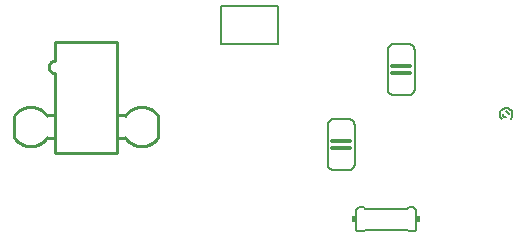
<source format=gto>
G75*
%MOIN*%
%OFA0B0*%
%FSLAX25Y25*%
%IPPOS*%
%LPD*%
%AMOC8*
5,1,8,0,0,1.08239X$1,22.5*
%
%ADD10C,0.00600*%
%ADD11C,0.01200*%
%ADD12R,0.01500X0.02000*%
%ADD13C,0.01000*%
%ADD14C,0.00500*%
D10*
X0131500Y0034500D02*
X0131500Y0047500D01*
X0131502Y0047587D01*
X0131508Y0047674D01*
X0131517Y0047761D01*
X0131530Y0047847D01*
X0131547Y0047933D01*
X0131568Y0048018D01*
X0131593Y0048101D01*
X0131621Y0048184D01*
X0131652Y0048265D01*
X0131687Y0048345D01*
X0131726Y0048423D01*
X0131768Y0048500D01*
X0131813Y0048575D01*
X0131862Y0048647D01*
X0131913Y0048718D01*
X0131968Y0048786D01*
X0132025Y0048851D01*
X0132086Y0048914D01*
X0132149Y0048975D01*
X0132214Y0049032D01*
X0132282Y0049087D01*
X0132353Y0049138D01*
X0132425Y0049187D01*
X0132500Y0049232D01*
X0132577Y0049274D01*
X0132655Y0049313D01*
X0132735Y0049348D01*
X0132816Y0049379D01*
X0132899Y0049407D01*
X0132982Y0049432D01*
X0133067Y0049453D01*
X0133153Y0049470D01*
X0133239Y0049483D01*
X0133326Y0049492D01*
X0133413Y0049498D01*
X0133500Y0049500D01*
X0138500Y0049500D01*
X0138587Y0049498D01*
X0138674Y0049492D01*
X0138761Y0049483D01*
X0138847Y0049470D01*
X0138933Y0049453D01*
X0139018Y0049432D01*
X0139101Y0049407D01*
X0139184Y0049379D01*
X0139265Y0049348D01*
X0139345Y0049313D01*
X0139423Y0049274D01*
X0139500Y0049232D01*
X0139575Y0049187D01*
X0139647Y0049138D01*
X0139718Y0049087D01*
X0139786Y0049032D01*
X0139851Y0048975D01*
X0139914Y0048914D01*
X0139975Y0048851D01*
X0140032Y0048786D01*
X0140087Y0048718D01*
X0140138Y0048647D01*
X0140187Y0048575D01*
X0140232Y0048500D01*
X0140274Y0048423D01*
X0140313Y0048345D01*
X0140348Y0048265D01*
X0140379Y0048184D01*
X0140407Y0048101D01*
X0140432Y0048018D01*
X0140453Y0047933D01*
X0140470Y0047847D01*
X0140483Y0047761D01*
X0140492Y0047674D01*
X0140498Y0047587D01*
X0140500Y0047500D01*
X0140500Y0034500D01*
X0140498Y0034413D01*
X0140492Y0034326D01*
X0140483Y0034239D01*
X0140470Y0034153D01*
X0140453Y0034067D01*
X0140432Y0033982D01*
X0140407Y0033899D01*
X0140379Y0033816D01*
X0140348Y0033735D01*
X0140313Y0033655D01*
X0140274Y0033577D01*
X0140232Y0033500D01*
X0140187Y0033425D01*
X0140138Y0033353D01*
X0140087Y0033282D01*
X0140032Y0033214D01*
X0139975Y0033149D01*
X0139914Y0033086D01*
X0139851Y0033025D01*
X0139786Y0032968D01*
X0139718Y0032913D01*
X0139647Y0032862D01*
X0139575Y0032813D01*
X0139500Y0032768D01*
X0139423Y0032726D01*
X0139345Y0032687D01*
X0139265Y0032652D01*
X0139184Y0032621D01*
X0139101Y0032593D01*
X0139018Y0032568D01*
X0138933Y0032547D01*
X0138847Y0032530D01*
X0138761Y0032517D01*
X0138674Y0032508D01*
X0138587Y0032502D01*
X0138500Y0032500D01*
X0133500Y0032500D01*
X0133413Y0032502D01*
X0133326Y0032508D01*
X0133239Y0032517D01*
X0133153Y0032530D01*
X0133067Y0032547D01*
X0132982Y0032568D01*
X0132899Y0032593D01*
X0132816Y0032621D01*
X0132735Y0032652D01*
X0132655Y0032687D01*
X0132577Y0032726D01*
X0132500Y0032768D01*
X0132425Y0032813D01*
X0132353Y0032862D01*
X0132282Y0032913D01*
X0132214Y0032968D01*
X0132149Y0033025D01*
X0132086Y0033086D01*
X0132025Y0033149D01*
X0131968Y0033214D01*
X0131913Y0033282D01*
X0131862Y0033353D01*
X0131813Y0033425D01*
X0131768Y0033500D01*
X0131726Y0033577D01*
X0131687Y0033655D01*
X0131652Y0033735D01*
X0131621Y0033816D01*
X0131593Y0033899D01*
X0131568Y0033982D01*
X0131547Y0034067D01*
X0131530Y0034153D01*
X0131517Y0034239D01*
X0131508Y0034326D01*
X0131502Y0034413D01*
X0131500Y0034500D01*
X0142000Y0020000D02*
X0143500Y0020000D01*
X0144000Y0019500D01*
X0158000Y0019500D01*
X0158500Y0020000D01*
X0160000Y0020000D01*
X0160060Y0019998D01*
X0160121Y0019993D01*
X0160180Y0019984D01*
X0160239Y0019971D01*
X0160298Y0019955D01*
X0160355Y0019935D01*
X0160410Y0019912D01*
X0160465Y0019885D01*
X0160517Y0019856D01*
X0160568Y0019823D01*
X0160617Y0019787D01*
X0160663Y0019749D01*
X0160707Y0019707D01*
X0160749Y0019663D01*
X0160787Y0019617D01*
X0160823Y0019568D01*
X0160856Y0019517D01*
X0160885Y0019465D01*
X0160912Y0019410D01*
X0160935Y0019355D01*
X0160955Y0019298D01*
X0160971Y0019239D01*
X0160984Y0019180D01*
X0160993Y0019121D01*
X0160998Y0019060D01*
X0161000Y0019000D01*
X0161000Y0013000D01*
X0160998Y0012940D01*
X0160993Y0012879D01*
X0160984Y0012820D01*
X0160971Y0012761D01*
X0160955Y0012702D01*
X0160935Y0012645D01*
X0160912Y0012590D01*
X0160885Y0012535D01*
X0160856Y0012483D01*
X0160823Y0012432D01*
X0160787Y0012383D01*
X0160749Y0012337D01*
X0160707Y0012293D01*
X0160663Y0012251D01*
X0160617Y0012213D01*
X0160568Y0012177D01*
X0160517Y0012144D01*
X0160465Y0012115D01*
X0160410Y0012088D01*
X0160355Y0012065D01*
X0160298Y0012045D01*
X0160239Y0012029D01*
X0160180Y0012016D01*
X0160121Y0012007D01*
X0160060Y0012002D01*
X0160000Y0012000D01*
X0158500Y0012000D01*
X0158000Y0012500D01*
X0144000Y0012500D01*
X0143500Y0012000D01*
X0142000Y0012000D01*
X0141940Y0012002D01*
X0141879Y0012007D01*
X0141820Y0012016D01*
X0141761Y0012029D01*
X0141702Y0012045D01*
X0141645Y0012065D01*
X0141590Y0012088D01*
X0141535Y0012115D01*
X0141483Y0012144D01*
X0141432Y0012177D01*
X0141383Y0012213D01*
X0141337Y0012251D01*
X0141293Y0012293D01*
X0141251Y0012337D01*
X0141213Y0012383D01*
X0141177Y0012432D01*
X0141144Y0012483D01*
X0141115Y0012535D01*
X0141088Y0012590D01*
X0141065Y0012645D01*
X0141045Y0012702D01*
X0141029Y0012761D01*
X0141016Y0012820D01*
X0141007Y0012879D01*
X0141002Y0012940D01*
X0141000Y0013000D01*
X0141000Y0019000D01*
X0141002Y0019060D01*
X0141007Y0019121D01*
X0141016Y0019180D01*
X0141029Y0019239D01*
X0141045Y0019298D01*
X0141065Y0019355D01*
X0141088Y0019410D01*
X0141115Y0019465D01*
X0141144Y0019517D01*
X0141177Y0019568D01*
X0141213Y0019617D01*
X0141251Y0019663D01*
X0141293Y0019707D01*
X0141337Y0019749D01*
X0141383Y0019787D01*
X0141432Y0019823D01*
X0141483Y0019856D01*
X0141535Y0019885D01*
X0141590Y0019912D01*
X0141645Y0019935D01*
X0141702Y0019955D01*
X0141761Y0019971D01*
X0141820Y0019984D01*
X0141879Y0019993D01*
X0141940Y0019998D01*
X0142000Y0020000D01*
X0189000Y0050000D02*
X0189500Y0049500D01*
X0189000Y0050000D02*
X0189000Y0052000D01*
X0189500Y0052500D01*
X0192500Y0052500D02*
X0193000Y0052000D01*
X0193000Y0050000D01*
X0192500Y0049500D01*
X0192500Y0052500D02*
X0192435Y0052562D01*
X0192367Y0052622D01*
X0192297Y0052678D01*
X0192225Y0052732D01*
X0192150Y0052782D01*
X0192073Y0052829D01*
X0191995Y0052873D01*
X0191914Y0052914D01*
X0191832Y0052951D01*
X0191749Y0052984D01*
X0191664Y0053014D01*
X0191578Y0053041D01*
X0191491Y0053063D01*
X0191403Y0053082D01*
X0191314Y0053098D01*
X0191225Y0053109D01*
X0191135Y0053117D01*
X0191045Y0053121D01*
X0190955Y0053121D01*
X0190865Y0053117D01*
X0190775Y0053109D01*
X0190686Y0053098D01*
X0190597Y0053082D01*
X0190509Y0053063D01*
X0190422Y0053041D01*
X0190336Y0053014D01*
X0190251Y0052984D01*
X0190168Y0052951D01*
X0190086Y0052914D01*
X0190005Y0052873D01*
X0189927Y0052829D01*
X0189850Y0052782D01*
X0189775Y0052732D01*
X0189703Y0052678D01*
X0189633Y0052622D01*
X0189565Y0052562D01*
X0189500Y0052500D01*
X0190000Y0051000D02*
X0190002Y0050940D01*
X0190007Y0050879D01*
X0190016Y0050820D01*
X0190029Y0050761D01*
X0190045Y0050702D01*
X0190065Y0050645D01*
X0190088Y0050590D01*
X0190115Y0050535D01*
X0190144Y0050483D01*
X0190177Y0050432D01*
X0190213Y0050383D01*
X0190251Y0050337D01*
X0190293Y0050293D01*
X0190337Y0050251D01*
X0190383Y0050213D01*
X0190432Y0050177D01*
X0190483Y0050144D01*
X0190535Y0050115D01*
X0190590Y0050088D01*
X0190645Y0050065D01*
X0190702Y0050045D01*
X0190761Y0050029D01*
X0190820Y0050016D01*
X0190879Y0050007D01*
X0190940Y0050002D01*
X0191000Y0050000D01*
X0192000Y0051000D02*
X0191998Y0051060D01*
X0191993Y0051121D01*
X0191984Y0051180D01*
X0191971Y0051239D01*
X0191955Y0051298D01*
X0191935Y0051355D01*
X0191912Y0051410D01*
X0191885Y0051465D01*
X0191856Y0051517D01*
X0191823Y0051568D01*
X0191787Y0051617D01*
X0191749Y0051663D01*
X0191707Y0051707D01*
X0191663Y0051749D01*
X0191617Y0051787D01*
X0191568Y0051823D01*
X0191517Y0051856D01*
X0191465Y0051885D01*
X0191410Y0051912D01*
X0191355Y0051935D01*
X0191298Y0051955D01*
X0191239Y0051971D01*
X0191180Y0051984D01*
X0191121Y0051993D01*
X0191060Y0051998D01*
X0191000Y0052000D01*
X0160500Y0059500D02*
X0160500Y0072500D01*
X0160498Y0072587D01*
X0160492Y0072674D01*
X0160483Y0072761D01*
X0160470Y0072847D01*
X0160453Y0072933D01*
X0160432Y0073018D01*
X0160407Y0073101D01*
X0160379Y0073184D01*
X0160348Y0073265D01*
X0160313Y0073345D01*
X0160274Y0073423D01*
X0160232Y0073500D01*
X0160187Y0073575D01*
X0160138Y0073647D01*
X0160087Y0073718D01*
X0160032Y0073786D01*
X0159975Y0073851D01*
X0159914Y0073914D01*
X0159851Y0073975D01*
X0159786Y0074032D01*
X0159718Y0074087D01*
X0159647Y0074138D01*
X0159575Y0074187D01*
X0159500Y0074232D01*
X0159423Y0074274D01*
X0159345Y0074313D01*
X0159265Y0074348D01*
X0159184Y0074379D01*
X0159101Y0074407D01*
X0159018Y0074432D01*
X0158933Y0074453D01*
X0158847Y0074470D01*
X0158761Y0074483D01*
X0158674Y0074492D01*
X0158587Y0074498D01*
X0158500Y0074500D01*
X0153500Y0074500D01*
X0153413Y0074498D01*
X0153326Y0074492D01*
X0153239Y0074483D01*
X0153153Y0074470D01*
X0153067Y0074453D01*
X0152982Y0074432D01*
X0152899Y0074407D01*
X0152816Y0074379D01*
X0152735Y0074348D01*
X0152655Y0074313D01*
X0152577Y0074274D01*
X0152500Y0074232D01*
X0152425Y0074187D01*
X0152353Y0074138D01*
X0152282Y0074087D01*
X0152214Y0074032D01*
X0152149Y0073975D01*
X0152086Y0073914D01*
X0152025Y0073851D01*
X0151968Y0073786D01*
X0151913Y0073718D01*
X0151862Y0073647D01*
X0151813Y0073575D01*
X0151768Y0073500D01*
X0151726Y0073423D01*
X0151687Y0073345D01*
X0151652Y0073265D01*
X0151621Y0073184D01*
X0151593Y0073101D01*
X0151568Y0073018D01*
X0151547Y0072933D01*
X0151530Y0072847D01*
X0151517Y0072761D01*
X0151508Y0072674D01*
X0151502Y0072587D01*
X0151500Y0072500D01*
X0151500Y0059500D01*
X0151502Y0059413D01*
X0151508Y0059326D01*
X0151517Y0059239D01*
X0151530Y0059153D01*
X0151547Y0059067D01*
X0151568Y0058982D01*
X0151593Y0058899D01*
X0151621Y0058816D01*
X0151652Y0058735D01*
X0151687Y0058655D01*
X0151726Y0058577D01*
X0151768Y0058500D01*
X0151813Y0058425D01*
X0151862Y0058353D01*
X0151913Y0058282D01*
X0151968Y0058214D01*
X0152025Y0058149D01*
X0152086Y0058086D01*
X0152149Y0058025D01*
X0152214Y0057968D01*
X0152282Y0057913D01*
X0152353Y0057862D01*
X0152425Y0057813D01*
X0152500Y0057768D01*
X0152577Y0057726D01*
X0152655Y0057687D01*
X0152735Y0057652D01*
X0152816Y0057621D01*
X0152899Y0057593D01*
X0152982Y0057568D01*
X0153067Y0057547D01*
X0153153Y0057530D01*
X0153239Y0057517D01*
X0153326Y0057508D01*
X0153413Y0057502D01*
X0153500Y0057500D01*
X0158500Y0057500D01*
X0158587Y0057502D01*
X0158674Y0057508D01*
X0158761Y0057517D01*
X0158847Y0057530D01*
X0158933Y0057547D01*
X0159018Y0057568D01*
X0159101Y0057593D01*
X0159184Y0057621D01*
X0159265Y0057652D01*
X0159345Y0057687D01*
X0159423Y0057726D01*
X0159500Y0057768D01*
X0159575Y0057813D01*
X0159647Y0057862D01*
X0159718Y0057913D01*
X0159786Y0057968D01*
X0159851Y0058025D01*
X0159914Y0058086D01*
X0159975Y0058149D01*
X0160032Y0058214D01*
X0160087Y0058282D01*
X0160138Y0058353D01*
X0160187Y0058425D01*
X0160232Y0058500D01*
X0160274Y0058577D01*
X0160313Y0058655D01*
X0160348Y0058735D01*
X0160379Y0058816D01*
X0160407Y0058899D01*
X0160432Y0058982D01*
X0160453Y0059067D01*
X0160470Y0059153D01*
X0160483Y0059239D01*
X0160492Y0059326D01*
X0160498Y0059413D01*
X0160500Y0059500D01*
D11*
X0159000Y0064700D02*
X0153000Y0064700D01*
X0153000Y0067200D02*
X0159000Y0067200D01*
X0139000Y0042300D02*
X0133000Y0042300D01*
X0133000Y0039800D02*
X0139000Y0039800D01*
D12*
X0140250Y0016000D03*
X0161750Y0016000D03*
D13*
X0040764Y0038283D02*
X0040764Y0064661D01*
X0040764Y0064662D02*
X0040672Y0064664D01*
X0040580Y0064670D01*
X0040489Y0064680D01*
X0040398Y0064693D01*
X0040308Y0064711D01*
X0040218Y0064732D01*
X0040130Y0064757D01*
X0040043Y0064786D01*
X0039957Y0064818D01*
X0039872Y0064854D01*
X0039789Y0064894D01*
X0039708Y0064937D01*
X0039629Y0064983D01*
X0039552Y0065033D01*
X0039477Y0065086D01*
X0039404Y0065143D01*
X0039334Y0065202D01*
X0039266Y0065264D01*
X0039201Y0065329D01*
X0039139Y0065397D01*
X0039080Y0065467D01*
X0039023Y0065540D01*
X0038970Y0065615D01*
X0038920Y0065692D01*
X0038874Y0065771D01*
X0038831Y0065852D01*
X0038791Y0065935D01*
X0038755Y0066020D01*
X0038723Y0066106D01*
X0038694Y0066193D01*
X0038669Y0066281D01*
X0038648Y0066371D01*
X0038630Y0066461D01*
X0038617Y0066552D01*
X0038607Y0066643D01*
X0038601Y0066735D01*
X0038599Y0066827D01*
X0038601Y0066919D01*
X0038607Y0067011D01*
X0038617Y0067102D01*
X0038630Y0067193D01*
X0038648Y0067283D01*
X0038669Y0067373D01*
X0038694Y0067461D01*
X0038723Y0067548D01*
X0038755Y0067634D01*
X0038791Y0067719D01*
X0038831Y0067802D01*
X0038874Y0067883D01*
X0038920Y0067962D01*
X0038970Y0068039D01*
X0039023Y0068114D01*
X0039080Y0068187D01*
X0039139Y0068257D01*
X0039201Y0068325D01*
X0039266Y0068390D01*
X0039334Y0068452D01*
X0039404Y0068511D01*
X0039477Y0068568D01*
X0039552Y0068621D01*
X0039629Y0068671D01*
X0039708Y0068717D01*
X0039789Y0068760D01*
X0039872Y0068800D01*
X0039957Y0068836D01*
X0040043Y0068868D01*
X0040130Y0068897D01*
X0040218Y0068922D01*
X0040308Y0068943D01*
X0040398Y0068961D01*
X0040489Y0068974D01*
X0040580Y0068984D01*
X0040672Y0068990D01*
X0040764Y0068992D01*
X0040764Y0075291D01*
X0061236Y0075291D01*
X0061236Y0038283D01*
X0040764Y0038283D01*
X0040370Y0043008D02*
X0037614Y0043008D01*
X0038007Y0043402D02*
X0037919Y0043269D01*
X0037828Y0043138D01*
X0037734Y0043009D01*
X0037636Y0042882D01*
X0037536Y0042758D01*
X0037432Y0042637D01*
X0037326Y0042518D01*
X0037216Y0042401D01*
X0037104Y0042287D01*
X0036989Y0042176D01*
X0036872Y0042068D01*
X0036752Y0041963D01*
X0036629Y0041861D01*
X0036504Y0041762D01*
X0036376Y0041666D01*
X0036246Y0041573D01*
X0036114Y0041483D01*
X0035980Y0041396D01*
X0035844Y0041313D01*
X0035705Y0041233D01*
X0035565Y0041156D01*
X0035423Y0041083D01*
X0035280Y0041014D01*
X0035134Y0040948D01*
X0034987Y0040885D01*
X0034839Y0040826D01*
X0034689Y0040771D01*
X0034538Y0040719D01*
X0034385Y0040671D01*
X0034232Y0040627D01*
X0034077Y0040587D01*
X0033922Y0040550D01*
X0033766Y0040517D01*
X0033609Y0040488D01*
X0033451Y0040463D01*
X0033293Y0040442D01*
X0033134Y0040424D01*
X0032975Y0040411D01*
X0032815Y0040401D01*
X0032656Y0040395D01*
X0032496Y0040393D01*
X0032336Y0040395D01*
X0032177Y0040401D01*
X0032017Y0040411D01*
X0031858Y0040424D01*
X0031699Y0040442D01*
X0031541Y0040463D01*
X0031383Y0040488D01*
X0031226Y0040517D01*
X0031070Y0040550D01*
X0030915Y0040587D01*
X0030760Y0040627D01*
X0030607Y0040671D01*
X0030454Y0040719D01*
X0030303Y0040771D01*
X0030153Y0040826D01*
X0030005Y0040885D01*
X0029858Y0040948D01*
X0029712Y0041014D01*
X0029569Y0041083D01*
X0029427Y0041156D01*
X0029287Y0041233D01*
X0029148Y0041313D01*
X0029012Y0041396D01*
X0028878Y0041483D01*
X0028746Y0041573D01*
X0028616Y0041666D01*
X0028488Y0041762D01*
X0028363Y0041861D01*
X0028240Y0041963D01*
X0028120Y0042068D01*
X0028003Y0042176D01*
X0027888Y0042287D01*
X0027776Y0042401D01*
X0027666Y0042518D01*
X0027560Y0042637D01*
X0027456Y0042758D01*
X0027356Y0042882D01*
X0027258Y0043009D01*
X0027164Y0043138D01*
X0027073Y0043269D01*
X0026985Y0043402D01*
X0026984Y0043402D02*
X0026984Y0050488D01*
X0026985Y0050488D02*
X0027073Y0050621D01*
X0027164Y0050752D01*
X0027258Y0050881D01*
X0027356Y0051008D01*
X0027456Y0051132D01*
X0027560Y0051253D01*
X0027666Y0051372D01*
X0027776Y0051489D01*
X0027888Y0051603D01*
X0028003Y0051714D01*
X0028120Y0051822D01*
X0028240Y0051927D01*
X0028363Y0052029D01*
X0028488Y0052128D01*
X0028616Y0052224D01*
X0028746Y0052317D01*
X0028878Y0052407D01*
X0029012Y0052494D01*
X0029148Y0052577D01*
X0029287Y0052657D01*
X0029427Y0052734D01*
X0029569Y0052807D01*
X0029712Y0052876D01*
X0029858Y0052942D01*
X0030005Y0053005D01*
X0030153Y0053064D01*
X0030303Y0053119D01*
X0030454Y0053171D01*
X0030607Y0053219D01*
X0030760Y0053263D01*
X0030915Y0053303D01*
X0031070Y0053340D01*
X0031226Y0053373D01*
X0031383Y0053402D01*
X0031541Y0053427D01*
X0031699Y0053448D01*
X0031858Y0053466D01*
X0032017Y0053479D01*
X0032177Y0053489D01*
X0032336Y0053495D01*
X0032496Y0053497D01*
X0032656Y0053495D01*
X0032815Y0053489D01*
X0032975Y0053479D01*
X0033134Y0053466D01*
X0033293Y0053448D01*
X0033451Y0053427D01*
X0033609Y0053402D01*
X0033766Y0053373D01*
X0033922Y0053340D01*
X0034077Y0053303D01*
X0034232Y0053263D01*
X0034385Y0053219D01*
X0034538Y0053171D01*
X0034689Y0053119D01*
X0034839Y0053064D01*
X0034987Y0053005D01*
X0035134Y0052942D01*
X0035280Y0052876D01*
X0035423Y0052807D01*
X0035565Y0052734D01*
X0035705Y0052657D01*
X0035844Y0052577D01*
X0035980Y0052494D01*
X0036114Y0052407D01*
X0036246Y0052317D01*
X0036376Y0052224D01*
X0036504Y0052128D01*
X0036629Y0052029D01*
X0036752Y0051927D01*
X0036872Y0051822D01*
X0036989Y0051714D01*
X0037104Y0051603D01*
X0037216Y0051489D01*
X0037326Y0051372D01*
X0037432Y0051253D01*
X0037536Y0051132D01*
X0037636Y0051008D01*
X0037734Y0050881D01*
X0037828Y0050752D01*
X0037919Y0050621D01*
X0038007Y0050488D01*
X0037614Y0050882D02*
X0040370Y0050882D01*
X0061630Y0050882D02*
X0064386Y0050882D01*
X0063993Y0043402D02*
X0064081Y0043269D01*
X0064172Y0043138D01*
X0064266Y0043009D01*
X0064364Y0042882D01*
X0064464Y0042758D01*
X0064568Y0042637D01*
X0064674Y0042518D01*
X0064784Y0042401D01*
X0064896Y0042287D01*
X0065011Y0042176D01*
X0065128Y0042068D01*
X0065248Y0041963D01*
X0065371Y0041861D01*
X0065496Y0041762D01*
X0065624Y0041666D01*
X0065754Y0041573D01*
X0065886Y0041483D01*
X0066020Y0041396D01*
X0066156Y0041313D01*
X0066295Y0041233D01*
X0066435Y0041156D01*
X0066577Y0041083D01*
X0066720Y0041014D01*
X0066866Y0040948D01*
X0067013Y0040885D01*
X0067161Y0040826D01*
X0067311Y0040771D01*
X0067462Y0040719D01*
X0067615Y0040671D01*
X0067768Y0040627D01*
X0067923Y0040587D01*
X0068078Y0040550D01*
X0068234Y0040517D01*
X0068391Y0040488D01*
X0068549Y0040463D01*
X0068707Y0040442D01*
X0068866Y0040424D01*
X0069025Y0040411D01*
X0069185Y0040401D01*
X0069344Y0040395D01*
X0069504Y0040393D01*
X0069664Y0040395D01*
X0069823Y0040401D01*
X0069983Y0040411D01*
X0070142Y0040424D01*
X0070301Y0040442D01*
X0070459Y0040463D01*
X0070617Y0040488D01*
X0070774Y0040517D01*
X0070930Y0040550D01*
X0071085Y0040587D01*
X0071240Y0040627D01*
X0071393Y0040671D01*
X0071546Y0040719D01*
X0071697Y0040771D01*
X0071847Y0040826D01*
X0071995Y0040885D01*
X0072142Y0040948D01*
X0072288Y0041014D01*
X0072431Y0041083D01*
X0072573Y0041156D01*
X0072713Y0041233D01*
X0072852Y0041313D01*
X0072988Y0041396D01*
X0073122Y0041483D01*
X0073254Y0041573D01*
X0073384Y0041666D01*
X0073512Y0041762D01*
X0073637Y0041861D01*
X0073760Y0041963D01*
X0073880Y0042068D01*
X0073997Y0042176D01*
X0074112Y0042287D01*
X0074224Y0042401D01*
X0074334Y0042518D01*
X0074440Y0042637D01*
X0074544Y0042758D01*
X0074644Y0042882D01*
X0074742Y0043009D01*
X0074836Y0043138D01*
X0074927Y0043269D01*
X0075015Y0043402D01*
X0075016Y0043402D02*
X0075016Y0050488D01*
X0075015Y0050488D02*
X0074927Y0050621D01*
X0074836Y0050752D01*
X0074742Y0050881D01*
X0074644Y0051008D01*
X0074544Y0051132D01*
X0074440Y0051253D01*
X0074334Y0051372D01*
X0074224Y0051489D01*
X0074112Y0051603D01*
X0073997Y0051714D01*
X0073880Y0051822D01*
X0073760Y0051927D01*
X0073637Y0052029D01*
X0073512Y0052128D01*
X0073384Y0052224D01*
X0073254Y0052317D01*
X0073122Y0052407D01*
X0072988Y0052494D01*
X0072852Y0052577D01*
X0072713Y0052657D01*
X0072573Y0052734D01*
X0072431Y0052807D01*
X0072288Y0052876D01*
X0072142Y0052942D01*
X0071995Y0053005D01*
X0071847Y0053064D01*
X0071697Y0053119D01*
X0071546Y0053171D01*
X0071393Y0053219D01*
X0071240Y0053263D01*
X0071085Y0053303D01*
X0070930Y0053340D01*
X0070774Y0053373D01*
X0070617Y0053402D01*
X0070459Y0053427D01*
X0070301Y0053448D01*
X0070142Y0053466D01*
X0069983Y0053479D01*
X0069823Y0053489D01*
X0069664Y0053495D01*
X0069504Y0053497D01*
X0069344Y0053495D01*
X0069185Y0053489D01*
X0069025Y0053479D01*
X0068866Y0053466D01*
X0068707Y0053448D01*
X0068549Y0053427D01*
X0068391Y0053402D01*
X0068234Y0053373D01*
X0068078Y0053340D01*
X0067923Y0053303D01*
X0067768Y0053263D01*
X0067615Y0053219D01*
X0067462Y0053171D01*
X0067311Y0053119D01*
X0067161Y0053064D01*
X0067013Y0053005D01*
X0066866Y0052942D01*
X0066720Y0052876D01*
X0066577Y0052807D01*
X0066435Y0052734D01*
X0066295Y0052657D01*
X0066156Y0052577D01*
X0066020Y0052494D01*
X0065886Y0052407D01*
X0065754Y0052317D01*
X0065624Y0052224D01*
X0065496Y0052128D01*
X0065371Y0052029D01*
X0065248Y0051927D01*
X0065128Y0051822D01*
X0065011Y0051714D01*
X0064896Y0051603D01*
X0064784Y0051489D01*
X0064674Y0051372D01*
X0064568Y0051253D01*
X0064464Y0051132D01*
X0064364Y0051008D01*
X0064266Y0050881D01*
X0064172Y0050752D01*
X0064081Y0050621D01*
X0063993Y0050488D01*
X0064386Y0043008D02*
X0061630Y0043008D01*
D14*
X0096000Y0074500D02*
X0115000Y0074500D01*
X0115000Y0087000D01*
X0096000Y0087000D01*
X0096000Y0074500D01*
M02*

</source>
